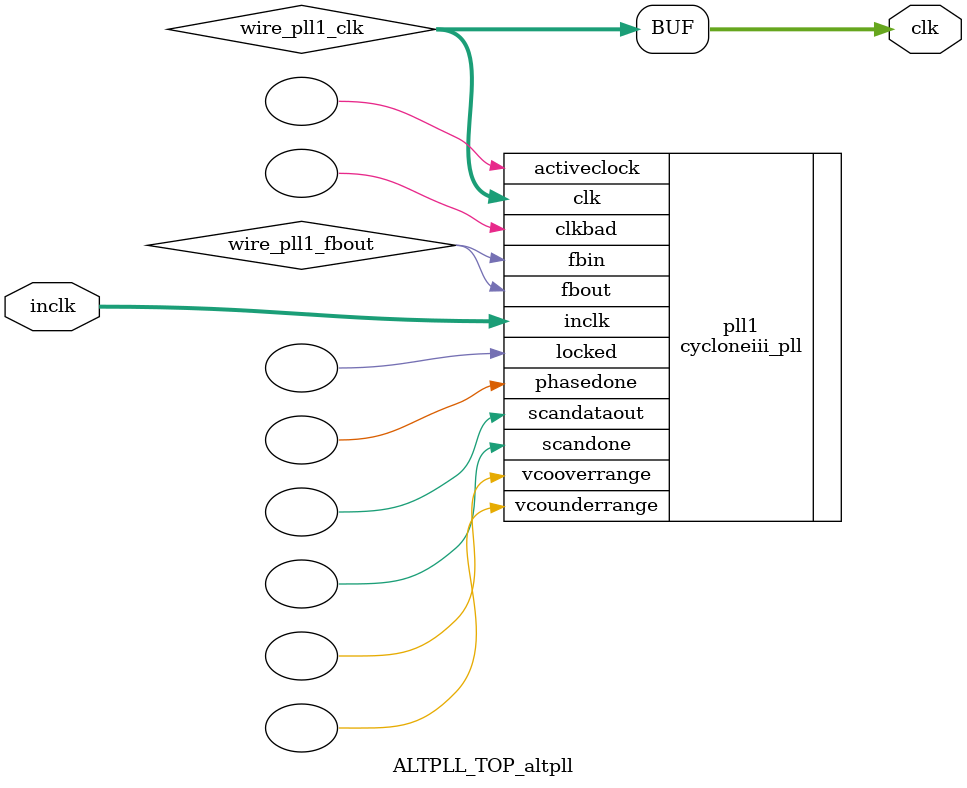
<source format=v>






//synthesis_resources = cycloneiii_pll 1 
//synopsys translate_off
`timescale 1 ps / 1 ps
//synopsys translate_on
module  ALTPLL_TOP_altpll
	( 
	clk,
	inclk) /* synthesis synthesis_clearbox=1 */;
	output   [4:0]  clk;
	input   [1:0]  inclk;
`ifndef ALTERA_RESERVED_QIS
// synopsys translate_off
`endif
	tri0   [1:0]  inclk;
`ifndef ALTERA_RESERVED_QIS
// synopsys translate_on
`endif

	wire  [4:0]   wire_pll1_clk;
	wire  wire_pll1_fbout;

	cycloneiii_pll   pll1
	( 
	.activeclock(),
	.clk(wire_pll1_clk),
	.clkbad(),
	.fbin(wire_pll1_fbout),
	.fbout(wire_pll1_fbout),
	.inclk(inclk),
	.locked(),
	.phasedone(),
	.scandataout(),
	.scandone(),
	.vcooverrange(),
	.vcounderrange()
	`ifndef FORMAL_VERIFICATION
	// synopsys translate_off
	`endif
	,
	.areset(1'b0),
	.clkswitch(1'b0),
	.configupdate(1'b0),
	.pfdena(1'b1),
	.phasecounterselect({3{1'b0}}),
	.phasestep(1'b0),
	.phaseupdown(1'b0),
	.scanclk(1'b0),
	.scanclkena(1'b1),
	.scandata(1'b0)
	`ifndef FORMAL_VERIFICATION
	// synopsys translate_on
	`endif
	);
	defparam
		pll1.bandwidth_type = "auto",
		pll1.clk0_divide_by = 1,
		pll1.clk0_duty_cycle = 50,
		pll1.clk0_multiply_by = 4,
		pll1.clk0_phase_shift = "0",
		pll1.compensate_clock = "clk0",
		pll1.inclk0_input_frequency = 20000,
		pll1.operation_mode = "normal",
		pll1.pll_type = "auto",
		pll1.lpm_type = "cycloneiii_pll";
	assign
		clk = {wire_pll1_clk[4:0]};
endmodule //ALTPLL_TOP_altpll
//VALID FILE

</source>
